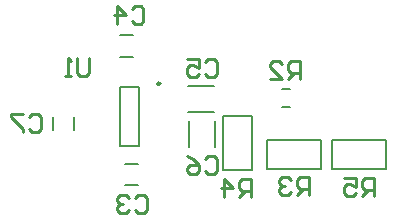
<source format=gbo>
G04*
G04 #@! TF.GenerationSoftware,Altium Limited,Altium Designer,24.1.2 (44)*
G04*
G04 Layer_Color=32896*
%FSLAX44Y44*%
%MOMM*%
G71*
G04*
G04 #@! TF.SameCoordinates,927C013D-A056-43EA-BD9B-1951F5445D31*
G04*
G04*
G04 #@! TF.FilePolarity,Positive*
G04*
G01*
G75*
%ADD11C,0.2500*%
%ADD12C,0.2000*%
%ADD14C,0.2540*%
D11*
X656750Y471050D02*
G03*
X656750Y471050I-1250J0D01*
G01*
D12*
X584000Y431500D02*
Y442500D01*
X566000Y431500D02*
Y442500D01*
X802000Y399000D02*
Y423000D01*
Y399000D02*
X848000D01*
Y423000D01*
X802000D02*
X848000D01*
X747000Y399000D02*
Y423000D01*
Y399000D02*
X793000D01*
Y423000D01*
X747000D02*
X793000D01*
X639000Y418000D02*
Y468000D01*
X623000Y418000D02*
Y468000D01*
X639000D01*
X623000Y418000D02*
X639000D01*
X702750Y417500D02*
Y439500D01*
X681250Y417500D02*
Y439500D01*
X710000Y398000D02*
X734000D01*
Y444000D01*
X710000D02*
X734000D01*
X710000Y398000D02*
Y444000D01*
X626500Y403000D02*
X637500D01*
X626500Y385000D02*
X637500D01*
X622500Y494000D02*
X633500D01*
X622500Y512000D02*
X633500D01*
X680000Y447250D02*
X702000D01*
X680000Y468750D02*
X702000D01*
X759500Y451000D02*
X766500D01*
X759500Y467000D02*
X766500D01*
D14*
X837696Y375882D02*
Y391118D01*
X830078D01*
X827539Y388578D01*
Y383500D01*
X830078Y380961D01*
X837696D01*
X832617D02*
X827539Y375882D01*
X812304Y391118D02*
X822461D01*
Y383500D01*
X817383Y386039D01*
X814843D01*
X812304Y383500D01*
Y378422D01*
X814843Y375882D01*
X819922D01*
X822461Y378422D01*
X596157Y492868D02*
Y480172D01*
X593618Y477632D01*
X588539D01*
X586000Y480172D01*
Y492868D01*
X580922Y477632D02*
X575843D01*
X578382D01*
Y492868D01*
X580922Y490328D01*
X733696Y375382D02*
Y390617D01*
X726078D01*
X723539Y388078D01*
Y383000D01*
X726078Y380461D01*
X733696D01*
X728617D02*
X723539Y375382D01*
X710843D02*
Y390617D01*
X718461Y383000D01*
X708304D01*
X782696Y376632D02*
Y391867D01*
X775078D01*
X772539Y389328D01*
Y384250D01*
X775078Y381711D01*
X782696D01*
X777617D02*
X772539Y376632D01*
X767461Y389328D02*
X764922Y391867D01*
X759843D01*
X757304Y389328D01*
Y386789D01*
X759843Y384250D01*
X762382D01*
X759843D01*
X757304Y381711D01*
Y379172D01*
X759843Y376632D01*
X764922D01*
X767461Y379172D01*
X774696Y475382D02*
Y490617D01*
X767078D01*
X764539Y488078D01*
Y483000D01*
X767078Y480461D01*
X774696D01*
X769617D02*
X764539Y475382D01*
X749304D02*
X759461D01*
X749304Y485539D01*
Y488078D01*
X751843Y490617D01*
X756922D01*
X759461Y488078D01*
X545539Y443078D02*
X548078Y445617D01*
X553157D01*
X555696Y443078D01*
Y432922D01*
X553157Y430382D01*
X548078D01*
X545539Y432922D01*
X540461Y445617D02*
X530304D01*
Y443078D01*
X540461Y432922D01*
Y430382D01*
X694539Y407078D02*
X697078Y409618D01*
X702157D01*
X704696Y407078D01*
Y396922D01*
X702157Y394383D01*
X697078D01*
X694539Y396922D01*
X679304Y409618D02*
X684382Y407078D01*
X689461Y402000D01*
Y396922D01*
X686922Y394383D01*
X681843D01*
X679304Y396922D01*
Y399461D01*
X681843Y402000D01*
X689461D01*
X694539Y489078D02*
X697078Y491618D01*
X702157D01*
X704696Y489078D01*
Y478922D01*
X702157Y476382D01*
X697078D01*
X694539Y478922D01*
X679304Y491618D02*
X689461D01*
Y484000D01*
X684382Y486539D01*
X681843D01*
X679304Y484000D01*
Y478922D01*
X681843Y476382D01*
X686922D01*
X689461Y478922D01*
X632499Y533998D02*
X634998Y536498D01*
X639997D01*
X642496Y533998D01*
Y524002D01*
X639997Y521502D01*
X634998D01*
X632499Y524002D01*
X620003Y521502D02*
Y536498D01*
X627501Y529000D01*
X617504D01*
X635539Y374078D02*
X638078Y376618D01*
X643157D01*
X645696Y374078D01*
Y363922D01*
X643157Y361382D01*
X638078D01*
X635539Y363922D01*
X630461Y374078D02*
X627922Y376618D01*
X622843D01*
X620304Y374078D01*
Y371539D01*
X622843Y369000D01*
X625382D01*
X622843D01*
X620304Y366461D01*
Y363922D01*
X622843Y361382D01*
X627922D01*
X630461Y363922D01*
M02*

</source>
